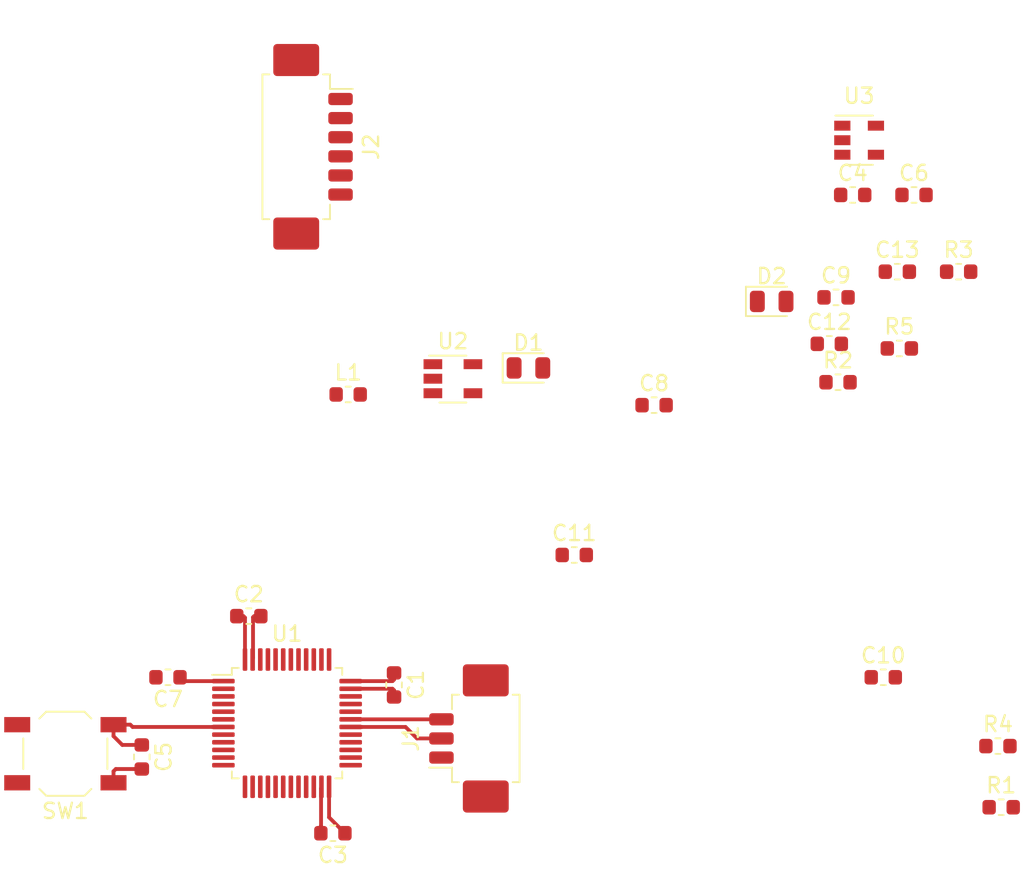
<source format=kicad_pcb>
(kicad_pcb (version 20240108) (generator "pcbnew") (generator_version "8.0")
  (layers (0 "F.Cu" signal) (31 "B.Cu" signal) (34 "B.Paste" user) (35 "F.Paste" user) (36 "B.SilkS" user "B.Silkscreen") (37 "F.SilkS" user "F.Silkscreen") (38 "B.Mask" user) (39 "F.Mask" user) (44 "Edge.Cuts" user))
  (net 0 "")
  (net 1 "GND")
  (net 2 "/3V3_D")
  (net 3 "/NRST")
  (net 4 "/3V3_A")
  (net 5 "/V_USB")
  (net 6 "/LED_1")
  (net 7 "Net-(D1-Pad1)")
  (net 8 "/LED_2")
  (net 9 "Net-(D2-Pad1)")
  (net 10 "/USART1_RX")
  (net 11 "/USART1_TX")
  (net 12 "Net-(J2-Pad6)")
  (net 13 "/SWDIO")
  (net 14 "/SWCLK")
  (net 15 "Net-(L1-Pad1)")
  (net 16 "Net-(R1-Pad1)")
  (net 17 "Net-(R5-Pad2)")
  (net 18 "/CAN_TX")
  (net 19 "/CAN_RX")
  (net 20 "Net-(U1-Pad43)")
  (net 21 "Net-(U1-Pad42)")
  (net 22 "Net-(U1-Pad41)")
  (net 23 "Net-(U1-Pad40)")
  (net 24 "Net-(U1-Pad39)")
  (net 25 "Net-(U1-Pad38)")
  (net 26 "Net-(U1-Pad33)")
  (net 27 "Net-(U1-Pad32)")
  (net 28 "Net-(U1-Pad29)")
  (net 29 "Net-(U1-Pad26)")
  (net 30 "Net-(U1-Pad25)")
  (net 31 "Net-(U1-Pad22)")
  (net 32 "Net-(U1-Pad21)")
  (net 33 "Net-(U1-Pad20)")
  (net 34 "Net-(U1-Pad19)")
  (net 35 "Net-(U1-Pad18)")
  (net 36 "Net-(U1-Pad17)")
  (net 37 "Net-(U1-Pad16)")
  (net 38 "Net-(U1-Pad15)")
  (net 39 "Net-(U1-Pad14)")
  (net 40 "Net-(U1-Pad13)")
  (net 41 "Net-(U1-Pad12)")
  (net 42 "Net-(U1-Pad11)")
  (net 43 "/ADC_IN0")
  (net 44 "Net-(U1-Pad6)")
  (net 45 "Net-(U1-Pad5)")
  (net 46 "Net-(U1-Pad4)")
  (net 47 "Net-(U1-Pad3)")
  (net 48 "Net-(U1-Pad2)")
  (net 49 "Net-(U3-Pad4)")
  (footprint "Capacitor_SMD:C_0603_1608Metric" (layer "F.Cu") (at 112 117.5 -90)
    (property "Reference" "C1" (at 0 -1.43 90) (layer "F.SilkS"))
    (property "Value" "100n")
    (fp_line (start -0.162779 0.51) (end 0.162779 0.51) (stroke (width 0.12)) (layer "F.SilkS"))
    (fp_line (start -0.162779 -0.51) (end 0.162779 -0.51) (stroke (width 0.12)) (layer "F.SilkS"))
    (pad "1" smd roundrect (at -0.7875 0 270) (size 0.875 0.95) (layers "F.Cu" "F.Paste" "F.Mask") (net 2 "/3V3_D"))
    (pad "2" smd roundrect (at 0.7875 0 270) (size 0.875 0.95) (layers "F.Cu" "F.Paste" "F.Mask") (net 1 "GND"))
  )
  (footprint "Capacitor_SMD:C_0603_1608Metric" (layer "F.Cu") (at 102.5 113)
    (property "Reference" "C2" (at 0 -1.43 0) (layer "F.SilkS"))
    (property "Value" "100n")
    (fp_line (start -0.162779 -0.51) (end 0.162779 -0.51) (stroke (width 0.12)) (layer "F.SilkS"))
    (fp_line (start -0.162779 0.51) (end 0.162779 0.51) (stroke (width 0.12)) (layer "F.SilkS"))
    (pad "1" smd roundrect (at -0.7875 0) (size 0.875 0.95) (layers "F.Cu" "F.Paste" "F.Mask") (net 2 "/3V3_D"))
    (pad "2" smd roundrect (at 0.7875 0) (size 0.875 0.95) (layers "F.Cu" "F.Paste" "F.Mask") (net 1 "GND"))
  )
  (footprint "Capacitor_SMD:C_0603_1608Metric" (layer "F.Cu") (at 108 127.2 180)
    (property "Reference" "C3" (at 0 -1.43 0) (layer "F.SilkS"))
    (property "Value" "100n")
    (fp_line (start -0.162779 0.51) (end 0.162779 0.51) (stroke (width 0.12)) (layer "F.SilkS"))
    (fp_line (start -0.162779 -0.51) (end 0.162779 -0.51) (stroke (width 0.12)) (layer "F.SilkS"))
    (pad "1" smd roundrect (at -0.7875 0 180) (size 0.875 0.95) (layers "F.Cu" "F.Paste" "F.Mask") (net 2 "/3V3_D"))
    (pad "2" smd roundrect (at 0.7875 0 180) (size 0.875 0.95) (layers "F.Cu" "F.Paste" "F.Mask") (net 1 "GND"))
  )
  (footprint "Capacitor_SMD:C_0603_1608Metric" (layer "F.Cu") (at 142 85.45)
    (property "Reference" "C4" (at 0 -1.43 0) (layer "F.SilkS"))
    (property "Value" "4.7u")
    (fp_line (start -0.162779 -0.51) (end 0.162779 -0.51) (stroke (width 0.12)) (layer "F.SilkS"))
    (fp_line (start -0.162779 0.51) (end 0.162779 0.51) (stroke (width 0.12)) (layer "F.SilkS"))
    (pad "1" smd roundrect (at -0.7875 0) (size 0.875 0.95) (layers "F.Cu" "F.Paste" "F.Mask") (net 2 "/3V3_D"))
    (pad "2" smd roundrect (at 0.7875 0) (size 0.875 0.95) (layers "F.Cu" "F.Paste" "F.Mask") (net 1 "GND"))
  )
  (footprint "Capacitor_SMD:C_0603_1608Metric" (layer "F.Cu") (at 95.5 122.2125 -90)
    (property "Reference" "C5" (at 0 -1.43 90) (layer "F.SilkS"))
    (property "Value" "100n")
    (fp_line (start -0.162779 0.51) (end 0.162779 0.51) (stroke (width 0.12)) (layer "F.SilkS"))
    (fp_line (start -0.162779 -0.51) (end 0.162779 -0.51) (stroke (width 0.12)) (layer "F.SilkS"))
    (pad "1" smd roundrect (at -0.7875 0 270) (size 0.875 0.95) (layers "F.Cu" "F.Paste" "F.Mask") (net 3 "/NRST"))
    (pad "2" smd roundrect (at 0.7875 0 270) (size 0.875 0.95) (layers "F.Cu" "F.Paste" "F.Mask") (net 1 "GND"))
  )
  (footprint "Capacitor_SMD:C_0603_1608Metric" (layer "F.Cu") (at 146.01 85.45)
    (property "Reference" "C6" (at 0 -1.43 0) (layer "F.SilkS"))
    (property "Value" "10n")
    (fp_line (start -0.162779 -0.51) (end 0.162779 -0.51) (stroke (width 0.12)) (layer "F.SilkS"))
    (fp_line (start -0.162779 0.51) (end 0.162779 0.51) (stroke (width 0.12)) (layer "F.SilkS"))
    (pad "1" smd roundrect (at -0.7875 0) (size 0.875 0.95) (layers "F.Cu" "F.Paste" "F.Mask") (net 4 "/3V3_A"))
    (pad "2" smd roundrect (at 0.7875 0) (size 0.875 0.95) (layers "F.Cu" "F.Paste" "F.Mask") (net 1 "GND"))
  )
  (footprint "Capacitor_SMD:C_0603_1608Metric" (layer "F.Cu") (at 129.01 99.2)
    (property "Reference" "C8" (at 0 -1.43 0) (layer "F.SilkS"))
    (property "Value" "1u")
    (fp_line (start -0.162779 -0.51) (end 0.162779 -0.51) (stroke (width 0.12)) (layer "F.SilkS"))
    (fp_line (start -0.162779 0.51) (end 0.162779 0.51) (stroke (width 0.12)) (layer "F.SilkS"))
    (pad "1" smd roundrect (at -0.7875 0) (size 0.875 0.95) (layers "F.Cu" "F.Paste" "F.Mask") (net 4 "/3V3_A"))
    (pad "2" smd roundrect (at 0.7875 0) (size 0.875 0.95) (layers "F.Cu" "F.Paste" "F.Mask") (net 1 "GND"))
  )
  (footprint "Capacitor_SMD:C_0603_1608Metric" (layer "F.Cu") (at 140.91 92.15)
    (property "Reference" "C9" (at 0 -1.43 0) (layer "F.SilkS"))
    (property "Value" "4.7u")
    (fp_line (start -0.162779 -0.51) (end 0.162779 -0.51) (stroke (width 0.12)) (layer "F.SilkS"))
    (fp_line (start -0.162779 0.51) (end 0.162779 0.51) (stroke (width 0.12)) (layer "F.SilkS"))
    (pad "1" smd roundrect (at -0.7875 0) (size 0.875 0.95) (layers "F.Cu" "F.Paste" "F.Mask") (net 2 "/3V3_D"))
    (pad "2" smd roundrect (at 0.7875 0) (size 0.875 0.95) (layers "F.Cu" "F.Paste" "F.Mask") (net 1 "GND"))
  )
  (footprint "Capacitor_SMD:C_0603_1608Metric" (layer "F.Cu") (at 144 117)
    (property "Reference" "C10" (at 0 -1.43 0) (layer "F.SilkS"))
    (property "Value" "1u")
    (fp_line (start -0.162779 -0.51) (end 0.162779 -0.51) (stroke (width 0.12)) (layer "F.SilkS"))
    (fp_line (start -0.162779 0.51) (end 0.162779 0.51) (stroke (width 0.12)) (layer "F.SilkS"))
    (pad "1" smd roundrect (at -0.7875 0) (size 0.875 0.95) (layers "F.Cu" "F.Paste" "F.Mask") (net 5 "/V_USB"))
    (pad "2" smd roundrect (at 0.7875 0) (size 0.875 0.95) (layers "F.Cu" "F.Paste" "F.Mask") (net 1 "GND"))
  )
  (footprint "Capacitor_SMD:C_0603_1608Metric" (layer "F.Cu") (at 123.7875 109)
    (property "Reference" "C11" (at 0 -1.43 0) (layer "F.SilkS"))
    (property "Value" "4.7u")
    (fp_line (start -0.162779 -0.51) (end 0.162779 -0.51) (stroke (width 0.12)) (layer "F.SilkS"))
    (fp_line (start -0.162779 0.51) (end 0.162779 0.51) (stroke (width 0.12)) (layer "F.SilkS"))
    (pad "1" smd roundrect (at -0.7875 0) (size 0.875 0.95) (layers "F.Cu" "F.Paste" "F.Mask") (net 5 "/V_USB"))
    (pad "2" smd roundrect (at 0.7875 0) (size 0.875 0.95) (layers "F.Cu" "F.Paste" "F.Mask") (net 1 "GND"))
  )
  (footprint "Capacitor_SMD:C_0603_1608Metric" (layer "F.Cu") (at 140.47 95.19)
    (property "Reference" "C12" (at 0 -1.43 0) (layer "F.SilkS"))
    (property "Value" "1u")
    (fp_line (start -0.162779 -0.51) (end 0.162779 -0.51) (stroke (width 0.12)) (layer "F.SilkS"))
    (fp_line (start -0.162779 0.51) (end 0.162779 0.51) (stroke (width 0.12)) (layer "F.SilkS"))
    (pad "1" smd roundrect (at -0.7875 0) (size 0.875 0.95) (layers "F.Cu" "F.Paste" "F.Mask") (net 4 "/3V3_A"))
    (pad "2" smd roundrect (at 0.7875 0) (size 0.875 0.95) (layers "F.Cu" "F.Paste" "F.Mask") (net 1 "GND"))
  )
  (footprint "Capacitor_SMD:C_0603_1608Metric" (layer "F.Cu") (at 144.92 90.47)
    (property "Reference" "C13" (at 0 -1.43 0) (layer "F.SilkS"))
    (property "Value" "10u")
    (fp_line (start -0.162779 -0.51) (end 0.162779 -0.51) (stroke (width 0.12)) (layer "F.SilkS"))
    (fp_line (start -0.162779 0.51) (end 0.162779 0.51) (stroke (width 0.12)) (layer "F.SilkS"))
    (pad "1" smd roundrect (at -0.7875 0) (size 0.875 0.95) (layers "F.Cu" "F.Paste" "F.Mask") (net 2 "/3V3_D"))
    (pad "2" smd roundrect (at 0.7875 0) (size 0.875 0.95) (layers "F.Cu" "F.Paste" "F.Mask") (net 1 "GND"))
  )
  (footprint "LED_SMD:LED_0805_2012Metric" (layer "F.Cu") (at 120.79 96.765)
    (property "Reference" "D1" (at 0 -1.65 0) (layer "F.SilkS"))
    (property "Value" "LED")
    (fp_line (start -1.685 -0.96) (end -1.685 0.96) (stroke (width 0.12)) (layer "F.SilkS"))
    (fp_line (start -1.685 0.96) (end 1 0.96) (stroke (width 0.12)) (layer "F.SilkS"))
    (fp_line (start 1 -0.96) (end -1.685 -0.96) (stroke (width 0.12)) (layer "F.SilkS"))
    (pad "1" smd roundrect (at -0.9375 0) (size 0.975 1.4) (layers "F.Cu" "F.Paste" "F.Mask") (net 7 "Net-(D1-Pad1)"))
    (pad "2" smd roundrect (at 0.9375 0) (size 0.975 1.4) (layers "F.Cu" "F.Paste" "F.Mask") (net 6 "/LED_1"))
  )
  (footprint "LED_SMD:LED_0805_2012Metric" (layer "F.Cu") (at 136.7 92.415)
    (property "Reference" "D2" (at 0 -1.65 0) (layer "F.SilkS"))
    (property "Value" "LED")
    (fp_line (start -1.685 -0.96) (end -1.685 0.96) (stroke (width 0.12)) (layer "F.SilkS"))
    (fp_line (start -1.685 0.96) (end 1 0.96) (stroke (width 0.12)) (layer "F.SilkS"))
    (fp_line (start 1 -0.96) (end -1.685 -0.96) (stroke (width 0.12)) (layer "F.SilkS"))
    (pad "1" smd roundrect (at -0.9375 0) (size 0.975 1.4) (layers "F.Cu" "F.Paste" "F.Mask") (net 9 "Net-(D2-Pad1)"))
    (pad "2" smd roundrect (at 0.9375 0) (size 0.975 1.4) (layers "F.Cu" "F.Paste" "F.Mask") (net 8 "/LED_2"))
  )
  (footprint "Connector_Molex:Molex_PicoBlade_53261-0371_1x03-1MP_P1.25mm_Horizontal" (layer "F.Cu") (at 117.5 121 90)
    (property "Reference" "J1" (at 0 -4.4 90) (layer "F.SilkS"))
    (property "Value" "Conn_01x03_MountingPin")
    (fp_line (start 2.86 -1.71) (end 1.91 -1.71) (stroke (width 0.12)) (layer "F.SilkS"))
    (fp_line (start -1.91 -1.71) (end -1.91 -3.2) (stroke (width 0.12)) (layer "F.SilkS"))
    (fp_line (start -2.86 -1.71) (end -1.91 -1.71) (stroke (width 0.12)) (layer "F.SilkS"))
    (fp_line (start 2.86 -1.26) (end 2.86 -1.71) (stroke (width 0.12)) (layer "F.SilkS"))
    (fp_line (start -2.86 -1.26) (end -2.86 -1.71) (stroke (width 0.12)) (layer "F.SilkS"))
    (fp_line (start -2.86 2.26) (end -2.86 2.71) (stroke (width 0.12)) (layer "F.SilkS"))
    (fp_line (start 2.86 2.71) (end 2.86 2.26) (stroke (width 0.12)) (layer "F.SilkS"))
    (fp_line (start -2.86 2.71) (end 2.86 2.71) (stroke (width 0.12)) (layer "F.SilkS"))
    (pad "1" smd roundrect (at -1.25 -2.4 90) (size 0.8 1.6) (layers "F.Cu" "F.Paste" "F.Mask") (net 1 "GND"))
    (pad "2" smd roundrect (at 0 -2.4 90) (size 0.8 1.6) (layers "F.Cu" "F.Paste" "F.Mask") (net 11 "/USART1_TX"))
    (pad "3" smd roundrect (at 1.25 -2.4 90) (size 0.8 1.6) (layers "F.Cu" "F.Paste" "F.Mask") (net 10 "/USART1_RX"))
    (pad "MP" smd roundrect (at -3.8 0.5 90) (size 2.1 3) (layers "F.Cu" "F.Paste" "F.Mask") (roundrect_rratio 0.119048) (net 1 "GND"))
    (pad "MP" smd roundrect (at 3.8 0.5 90) (size 2.1 3) (layers "F.Cu" "F.Paste" "F.Mask") (roundrect_rratio 0.119048) (net 1 "GND"))
  )
  (footprint "Connector_Molex:Molex_PicoBlade_53261-0671_1x06-1MP_P1.25mm_Horizontal" (layer "F.Cu") (at 106.1 82.3 -90)
    (property "Reference" "J2" (at 0 -4.4 90) (layer "F.SilkS"))
    (property "Value" "Conn_01x06_MountingPin")
    (fp_line (start -4.735 2.71) (end 4.735 2.71) (stroke (width 0.12)) (layer "F.SilkS"))
    (fp_line (start 4.735 2.71) (end 4.735 2.26) (stroke (width 0.12)) (layer "F.SilkS"))
    (fp_line (start -4.735 2.26) (end -4.735 2.71) (stroke (width 0.12)) (layer "F.SilkS"))
    (fp_line (start -4.735 -1.26) (end -4.735 -1.71) (stroke (width 0.12)) (layer "F.SilkS"))
    (fp_line (start 4.735 -1.26) (end 4.735 -1.71) (stroke (width 0.12)) (layer "F.SilkS"))
    (fp_line (start -4.735 -1.71) (end -3.785 -1.71) (stroke (width 0.12)) (layer "F.SilkS"))
    (fp_line (start -3.785 -1.71) (end -3.785 -3.2) (stroke (width 0.12)) (layer "F.SilkS"))
    (fp_line (start 4.735 -1.71) (end 3.785 -1.71) (stroke (width 0.12)) (layer "F.SilkS"))
    (pad "1" smd roundrect (at -3.125 -2.4 270) (size 0.8 1.6) (layers "F.Cu" "F.Paste" "F.Mask") (net 2 "/3V3_D"))
    (pad "2" smd roundrect (at -1.875 -2.4 270) (size 0.8 1.6) (layers "F.Cu" "F.Paste" "F.Mask") (net 14 "/SWCLK"))
    (pad "3" smd roundrect (at -0.625 -2.4 270) (size 0.8 1.6) (layers "F.Cu" "F.Paste" "F.Mask") (net 1 "GND"))
    (pad "4" smd roundrect (at 0.625 -2.4 270) (size 0.8 1.6) (layers "F.Cu" "F.Paste" "F.Mask") (net 13 "/SWDIO"))
    (pad "5" smd roundrect (at 1.875 -2.4 270) (size 0.8 1.6) (layers "F.Cu" "F.Paste" "F.Mask") (net 3 "/NRST"))
    (pad "6" smd roundrect (at 3.125 -2.4 270) (size 0.8 1.6) (layers "F.Cu" "F.Paste" "F.Mask") (net 12 "Net-(J2-Pad6)"))
    (pad "MP" smd roundrect (at -5.675 0.5 270) (size 2.1 3) (layers "F.Cu" "F.Paste" "F.Mask") (roundrect_rratio 0.119048) (net 1 "GND"))
    (pad "MP" smd roundrect (at 5.675 0.5 270) (size 2.1 3) (layers "F.Cu" "F.Paste" "F.Mask") (roundrect_rratio 0.119048) (net 1 "GND"))
  )
  (footprint "Inductor_SMD:L_0603_1608Metric" (layer "F.Cu") (at 109 98.5)
    (property "Reference" "L1" (at 0 -1.43 0) (layer "F.SilkS"))
    (property "Value" "10u")
    (fp_line (start -0.162779 -0.51) (end 0.162779 -0.51) (stroke (width 0.12)) (layer "F.SilkS"))
    (fp_line (start -0.162779 0.51) (end 0.162779 0.51) (stroke (width 0.12)) (layer "F.SilkS"))
    (pad "1" smd roundrect (at -0.7875 0) (size 0.875 0.95) (layers "F.Cu" "F.Paste" "F.Mask") (net 15 "Net-(L1-Pad1)"))
    (pad "2" smd roundrect (at 0.7875 0) (size 0.875 0.95) (layers "F.Cu" "F.Paste" "F.Mask") (net 2 "/3V3_D"))
  )
  (footprint "Resistor_SMD:R_0603_1608Metric" (layer "F.Cu") (at 151.7125 125.5)
    (property "Reference" "R1" (at 0 -1.43 0) (layer "F.SilkS"))
    (property "Value" "10k")
    (fp_line (start -0.162779 -0.51) (end 0.162779 -0.51) (stroke (width 0.12)) (layer "F.SilkS"))
    (fp_line (start -0.162779 0.51) (end 0.162779 0.51) (stroke (width 0.12)) (layer "F.SilkS"))
    (pad "1" smd roundrect (at -0.7875 0) (size 0.875 0.95) (layers "F.Cu" "F.Paste" "F.Mask") (net 16 "Net-(R1-Pad1)"))
    (pad "2" smd roundrect (at 0.7875 0) (size 0.875 0.95) (layers "F.Cu" "F.Paste" "F.Mask") (net 1 "GND"))
  )
  (footprint "Resistor_SMD:R_0603_1608Metric" (layer "F.Cu") (at 141.04 97.7)
    (property "Reference" "R2" (at 0 -1.43 0) (layer "F.SilkS"))
    (property "Value" "10k")
    (fp_line (start -0.162779 -0.51) (end 0.162779 -0.51) (stroke (width 0.12)) (layer "F.SilkS"))
    (fp_line (start -0.162779 0.51) (end 0.162779 0.51) (stroke (width 0.12)) (layer "F.SilkS"))
    (pad "1" smd roundrect (at -0.7875 0) (size 0.875 0.95) (layers "F.Cu" "F.Paste" "F.Mask") (net 1 "GND"))
    (pad "2" smd roundrect (at 0.7875 0) (size 0.875 0.95) (layers "F.Cu" "F.Paste" "F.Mask") (net 7 "Net-(D1-Pad1)"))
  )
  (footprint "Resistor_SMD:R_0603_1608Metric" (layer "F.Cu") (at 148.93 90.47)
    (property "Reference" "R3" (at 0 -1.43 0) (layer "F.SilkS"))
    (property "Value" "10k")
    (fp_line (start -0.162779 -0.51) (end 0.162779 -0.51) (stroke (width 0.12)) (layer "F.SilkS"))
    (fp_line (start -0.162779 0.51) (end 0.162779 0.51) (stroke (width 0.12)) (layer "F.SilkS"))
    (pad "1" smd roundrect (at -0.7875 0) (size 0.875 0.95) (layers "F.Cu" "F.Paste" "F.Mask") (net 1 "GND"))
    (pad "2" smd roundrect (at 0.7875 0) (size 0.875 0.95) (layers "F.Cu" "F.Paste" "F.Mask") (net 9 "Net-(D2-Pad1)"))
  )
  (footprint "Resistor_SMD:R_0603_1608Metric" (layer "F.Cu") (at 151.5 121.5)
    (property "Reference" "R4" (at 0 -1.43 0) (layer "F.SilkS"))
    (property "Value" "10k")
    (fp_line (start -0.162779 -0.51) (end 0.162779 -0.51) (stroke (width 0.12)) (layer "F.SilkS"))
    (fp_line (start -0.162779 0.51) (end 0.162779 0.51) (stroke (width 0.12)) (layer "F.SilkS"))
    (pad "1" smd roundrect (at -0.7875 0) (size 0.875 0.95) (layers "F.Cu" "F.Paste" "F.Mask") (net 16 "Net-(R1-Pad1)"))
    (pad "2" smd roundrect (at 0.7875 0) (size 0.875 0.95) (layers "F.Cu" "F.Paste" "F.Mask") (net 2 "/3V3_D"))
  )
  (footprint "Resistor_SMD:R_0603_1608Metric" (layer "F.Cu") (at 145.05 95.49)
    (property "Reference" "R5" (at 0 -1.43 0) (layer "F.SilkS"))
    (property "Value" "470k")
    (fp_line (start -0.162779 -0.51) (end 0.162779 -0.51) (stroke (width 0.12)) (layer "F.SilkS"))
    (fp_line (start -0.162779 0.51) (end 0.162779 0.51) (stroke (width 0.12)) (layer "F.SilkS"))
    (pad "1" smd roundrect (at -0.7875 0) (size 0.875 0.95) (layers "F.Cu" "F.Paste" "F.Mask") (net 5 "/V_USB"))
    (pad "2" smd roundrect (at 0.7875 0) (size 0.875 0.95) (layers "F.Cu" "F.Paste" "F.Mask") (net 17 "Net-(R5-Pad2)"))
  )
  (footprint "Button_Switch_SMD:SW_SPST_TL3342" (layer "F.Cu") (at 90.5 122 180)
    (property "Reference" "SW1" (at 0 -3.75 0) (layer "F.SilkS"))
    (property "Value" "SW_Push")
    (fp_line (start 2.75 -1) (end 2.75 1) (stroke (width 0.12)) (layer "F.SilkS"))
    (fp_line (start 1.7 2.3) (end 1.25 2.75) (stroke (width 0.12)) (layer "F.SilkS"))
    (fp_line (start 1.7 -2.3) (end 1.25 -2.75) (stroke (width 0.12)) (layer "F.SilkS"))
    (fp_line (start -1.25 2.75) (end 1.25 2.75) (stroke (width 0.12)) (layer "F.SilkS"))
    (fp_line (start -1.25 -2.75) (end 1.25 -2.75) (stroke (width 0.12)) (layer "F.SilkS"))
    (fp_line (start -1.7 2.3) (end -1.25 2.75) (stroke (width 0.12)) (layer "F.SilkS"))
    (fp_line (start -1.7 -2.3) (end -1.25 -2.75) (stroke (width 0.12)) (layer "F.SilkS"))
    (fp_line (start -2.75 -1) (end -2.75 1) (stroke (width 0.12)) (layer "F.SilkS"))
    (pad "1" smd rect (at -3.15 -1.9 180) (size 1.7 1) (layers "F.Cu" "F.Paste" "F.Mask") (net 1 "GND"))
    (pad "1" smd rect (at 3.15 -1.9 180) (size 1.7 1) (layers "F.Cu" "F.Paste" "F.Mask") (net 1 "GND"))
    (pad "2" smd rect (at -3.15 1.9 180) (size 1.7 1) (layers "F.Cu" "F.Paste" "F.Mask") (net 3 "/NRST"))
    (pad "2" smd rect (at 3.15 1.9 180) (size 1.7 1) (layers "F.Cu" "F.Paste" "F.Mask") (net 3 "/NRST"))
  )
  (footprint "Package_TO_SOT_SMD:TSOT-23-5" (layer "F.Cu") (at 115.85 97.47)
    (property "Reference" "U2" (at 0 -2.45 0) (layer "F.SilkS"))
    (property "Value" "LM3670MF")
    (fp_line (start -0.88 1.56) (end 0.88 1.56) (stroke (width 0.12)) (layer "F.SilkS"))
    (fp_line (start 0.88 -1.51) (end -1.55 -1.51) (stroke (width 0.12)) (layer "F.SilkS"))
    (pad "1" smd rect (at -1.31 -0.95) (size 1.22 0.65) (layers "F.Cu" "F.Paste" "F.Mask") (net 5 "/V_USB"))
    (pad "2" smd rect (at -1.31 0) (size 1.22 0.65) (layers "F.Cu" "F.Paste" "F.Mask") (net 1 "GND"))
    (pad "3" smd rect (at -1.31 0.95) (size 1.22 0.65) (layers "F.Cu" "F.Paste" "F.Mask") (net 5 "/V_USB"))
    (pad "4" smd rect (at 1.31 0.95) (size 1.22 0.65) (layers "F.Cu" "F.Paste" "F.Mask") (net 2 "/3V3_D"))
    (pad "5" smd rect (at 1.31 -0.95) (size 1.22 0.65) (layers "F.Cu" "F.Paste" "F.Mask") (net 15 "Net-(L1-Pad1)"))
  )
  (footprint "Package_TO_SOT_SMD:SOT-23-5" (layer "F.Cu") (at 142.42 81.87)
    (property "Reference" "U3" (at 0 -2.9 0) (layer "F.SilkS"))
    (property "Value" "LP5907MFX-3.3")
    (fp_line (start -0.9 1.61) (end 0.9 1.61) (stroke (width 0.12)) (layer "F.SilkS"))
    (fp_line (start 0.9 -1.61) (end -1.55 -1.61) (stroke (width 0.12)) (layer "F.SilkS"))
    (pad "1" smd rect (at -1.1 -0.95) (size 1.06 0.65) (layers "F.Cu" "F.Paste" "F.Mask") (net 5 "/V_USB"))
    (pad "2" smd rect (at -1.1 0) (size 1.06 0.65) (layers "F.Cu" "F.Paste" "F.Mask") (net 1 "GND"))
    (pad "3" smd rect (at -1.1 0.95) (size 1.06 0.65) (layers "F.Cu" "F.Paste" "F.Mask") (net 17 "Net-(R5-Pad2)"))
    (pad "4" smd rect (at 1.1 0.95) (size 1.06 0.65) (layers "F.Cu" "F.Paste" "F.Mask") (net 49 "Net-(U3-Pad4)"))
    (pad "5" smd rect (at 1.1 -0.95) (size 1.06 0.65) (layers "F.Cu" "F.Paste" "F.Mask") (net 4 "/3V3_A"))
  )
  (footprint "Package_QFP:LQFP-48_7x7mm_P0.5mm" (layer "F.Cu") (at 105 120)
    (property "Reference" "U1" (at 0 -5.85 0) (layer "F.SilkS"))
    (property "Value" "STM32F072C8Tx")
    (fp_line (start -3.61 -3.61) (end -3.61 -3.16) (stroke (width 0.12)) (layer "F.SilkS"))
    (fp_line (start -3.61 -3.16) (end -4.9 -3.16) (stroke (width 0.12)) (layer "F.SilkS"))
    (fp_line (start -3.61 3.61) (end -3.61 3.16) (stroke (width 0.12)) (layer "F.SilkS"))
    (fp_line (start -3.16 -3.61) (end -3.61 -3.61) (stroke (width 0.12)) (layer "F.SilkS"))
    (fp_line (start -3.16 3.61) (end -3.61 3.61) (stroke (width 0.12)) (layer "F.SilkS"))
    (fp_line (start 3.16 -3.61) (end 3.61 -3.61) (stroke (width 0.12)) (layer "F.SilkS"))
    (fp_line (start 3.16 3.61) (end 3.61 3.61) (stroke (width 0.12)) (layer "F.SilkS"))
    (fp_line (start 3.61 -3.61) (end 3.61 -3.16) (stroke (width 0.12)) (layer "F.SilkS"))
    (fp_line (start 3.61 3.61) (end 3.61 3.16) (stroke (width 0.12)) (layer "F.SilkS"))
    (pad "1" smd roundrect (at -4.1625 -2.75) (size 1.475 0.3) (layers "F.Cu" "F.Paste" "F.Mask") (net 2 "/3V3_D"))
    (pad "2" smd roundrect (at -4.1625 -2.25) (size 1.475 0.3) (layers "F.Cu" "F.Paste" "F.Mask") (net 48 "Net-(U1-Pad2)"))
    (pad "3" smd roundrect (at -4.1625 -1.75) (size 1.475 0.3) (layers "F.Cu" "F.Paste" "F.Mask") (net 47 "Net-(U1-Pad3)"))
    (pad "4" smd roundrect (at -4.1625 -1.25) (size 1.475 0.3) (layers "F.Cu" "F.Paste" "F.Mask") (net 46 "Net-(U1-Pad4)"))
    (pad "5" smd roundrect (at -4.1625 -0.75) (size 1.475 0.3) (layers "F.Cu" "F.Paste" "F.Mask") (net 45 "Net-(U1-Pad5)"))
    (pad "6" smd roundrect (at -4.1625 -0.25) (size 1.475 0.3) (layers "F.Cu" "F.Paste" "F.Mask") (net 44 "Net-(U1-Pad6)"))
    (pad "7" smd roundrect (at -4.1625 0.25) (size 1.475 0.3) (layers "F.Cu" "F.Paste" "F.Mask") (net 3 "/NRST"))
    (pad "8" smd roundrect (at -4.1625 0.75) (size 1.475 0.3) (layers "F.Cu" "F.Paste" "F.Mask") (net 1 "GND"))
    (pad "9" smd roundrect (at -4.1625 1.25) (size 1.475 0.3) (layers "F.Cu" "F.Paste" "F.Mask") (net 4 "/3V3_A"))
    (pad "10" smd roundrect (at -4.1625 1.75) (size 1.475 0.3) (layers "F.Cu" "F.Paste" "F.Mask") (net 43 "/ADC_IN0"))
    (pad "11" smd roundrect (at -4.1625 2.25) (size 1.475 0.3) (layers "F.Cu" "F.Paste" "F.Mask") (net 42 "Net-(U1-Pad11)"))
    (pad "12" smd roundrect (at -4.1625 2.75) (size 1.475 0.3) (layers "F.Cu" "F.Paste" "F.Mask") (net 41 "Net-(U1-Pad12)"))
    (pad "13" smd roundrect (at -2.75 4.1625) (size 0.3 1.475) (layers "F.Cu" "F.Paste" "F.Mask") (net 40 "Net-(U1-Pad13)"))
    (pad "14" smd roundrect (at -2.25 4.1625) (size 0.3 1.475) (layers "F.Cu" "F.Paste" "F.Mask") (net 39 "Net-(U1-Pad14)"))
    (pad "15" smd roundrect (at -1.75 4.1625) (size 0.3 1.475) (layers "F.Cu" "F.Paste" "F.Mask") (net 38 "Net-(U1-Pad15)"))
    (pad "16" smd roundrect (at -1.25 4.1625) (size 0.3 1.475) (layers "F.Cu" "F.Paste" "F.Mask") (net 37 "Net-(U1-Pad16)"))
    (pad "17" smd roundrect (at -0.75 4.1625) (size 0.3 1.475) (layers "F.Cu" "F.Paste" "F.Mask") (net 36 "Net-(U1-Pad17)"))
    (pad "18" smd roundrect (at -0.25 4.1625) (size 0.3 1.475) (layers "F.Cu" "F.Paste" "F.Mask") (net 35 "Net-(U1-Pad18)"))
    (pad "19" smd roundrect (at 0.25 4.1625) (size 0.3 1.475) (layers "F.Cu" "F.Paste" "F.Mask") (net 34 "Net-(U1-Pad19)"))
    (pad "20" smd roundrect (at 0.75 4.1625) (size 0.3 1.475) (layers "F.Cu" "F.Paste" "F.Mask") (net 33 "Net-(U1-Pad20)"))
    (pad "21" smd roundrect (at 1.25 4.1625) (size 0.3 1.475) (layers "F.Cu" "F.Paste" "F.Mask") (net 32 "Net-(U1-Pad21)"))
    (pad "22" smd roundrect (at 1.75 4.1625) (size 0.3 1.475) (layers "F.Cu" "F.Paste" "F.Mask") (net 31 "Net-(U1-Pad22)"))
    (pad "23" smd roundrect (at 2.25 4.1625) (size 0.3 1.475) (layers "F.Cu" "F.Paste" "F.Mask") (net 1 "GND"))
    (pad "24" smd roundrect (at 2.75 4.1625) (size 0.3 1.475) (layers "F.Cu" "F.Paste" "F.Mask") (net 2 "/3V3_D"))
    (pad "25" smd roundrect (at 4.1625 2.75) (size 1.475 0.3) (layers "F.Cu" "F.Paste" "F.Mask") (net 30 "Net-(U1-Pad25)"))
    (pad "26" smd roundrect (at 4.1625 2.25) (size 1.475 0.3) (layers "F.Cu" "F.Paste" "F.Mask") (net 29 "Net-(U1-Pad26)"))
    (pad "27" smd roundrect (at 4.1625 1.75) (size 1.475 0.3) (layers "F.Cu" "F.Paste" "F.Mask") (net 6 "/LED_1"))
    (pad "28" smd roundrect (at 4.1625 1.25) (size 1.475 0.3) (layers "F.Cu" "F.Paste" "F.Mask") (net 8 "/LED_2"))
    (pad "29" smd roundrect (at 4.1625 0.75) (size 1.475 0.3) (layers "F.Cu" "F.Paste" "F.Mask") (net 28 "Net-(U1-Pad29)"))
    (pad "30" smd roundrect (at 4.1625 0.25) (size 1.475 0.3) (layers "F.Cu" "F.Paste" "F.Mask") (net 11 "/USART1_TX"))
    (pad "31" smd roundrect (at 4.1625 -0.25) (size 1.475 0.3) (layers "F.Cu" "F.Paste" "F.Mask") (net 10 "/USART1_RX"))
    (pad "32" smd roundrect (at 4.1625 -0.75) (size 1.475 0.3) (layers "F.Cu" "F.Paste" "F.Mask") (net 27 "Net-(U1-Pad32)"))
    (pad "33" smd roundrect (at 4.1625 -1.25) (size 1.475 0.3) (layers "F.Cu" "F.Paste" "F.Mask") (net 26 "Net-(U1-Pad33)"))
    (pad "34" smd roundrect (at 4.1625 -1.75) (size 1.475 0.3) (layers "F.Cu" "F.Paste" "F.Mask") (net 13 "/SWDIO"))
    (pad "35" smd roundrect (at 4.1625 -2.25) (size 1.475 0.3) (layers "F.Cu" "F.Paste" "F.Mask") (net 1 "GND"))
    (pad "36" smd roundrect (at 4.1625 -2.75) (size 1.475 0.3) (layers "F.Cu" "F.Paste" "F.Mask") (net 2 "/3V3_D"))
    (pad "37" smd roundrect (at 2.75 -4.1625) (size 0.3 1.475) (layers "F.Cu" "F.Paste" "F.Mask") (net 14 "/SWCLK"))
    (pad "38" smd roundrect (at 2.25 -4.1625) (size 0.3 1.475) (layers "F.Cu" "F.Paste" "F.Mask") (net 25 "Net-(U1-Pad38)"))
    (pad "39" smd roundrect (at 1.75 -4.1625) (size 0.3 1.475) (layers "F.Cu" "F.Paste" "F.Mask") (net 24 "Net-(U1-Pad39)"))
    (pad "40" smd roundrect (at 1.25 -4.1625) (size 0.3 1.475) (layers "F.Cu" "F.Paste" "F.Mask") (net 23 "Net-(U1-Pad40)"))
    (pad "41" smd roundrect (at 0.75 -4.1625) (size 0.3 1.475) (layers "F.Cu" "F.Paste" "F.Mask") (net 22 "Net-(U1-Pad41)"))
    (pad "42" smd roundrect (at 0.25 -4.1625) (size 0.3 1.475) (layers "F.Cu" "F.Paste" "F.Mask") (net 21 "Net-(U1-Pad42)"))
    (pad "43" smd roundrect (at -0.25 -4.1625) (size 0.3 1.475) (layers "F.Cu" "F.Paste" "F.Mask") (net 20 "Net-(U1-Pad43)"))
    (pad "44" smd roundrect (at -0.75 -4.1625) (size 0.3 1.475) (layers "F.Cu" "F.Paste" "F.Mask") (net 16 "Net-(R1-Pad1)"))
    (pad "45" smd roundrect (at -1.25 -4.1625) (size 0.3 1.475) (layers "F.Cu" "F.Paste" "F.Mask") (net 19 "/CAN_RX"))
    (pad "46" smd roundrect (at -1.75 -4.1625) (size 0.3 1.475) (layers "F.Cu" "F.Paste" "F.Mask") (net 18 "/CAN_TX"))
    (pad "47" smd roundrect (at -2.25 -4.1625) (size 0.3 1.475) (layers "F.Cu" "F.Paste" "F.Mask") (net 1 "GND"))
    (pad "48" smd roundrect (at -2.75 -4.1625) (size 0.3 1.475) (layers "F.Cu" "F.Paste" "F.Mask") (net 2 "/3V3_D"))
  )
  (footprint "Capacitor_SMD:C_0603_1608Metric" (layer "F.Cu") (at 97.2125 117 180)
    (property "Reference" "C7" (at 0 -1.43 0) (layer "F.SilkS"))
    (property "Value" "100n")
    (fp_line (start -0.162779 0.51) (end 0.162779 0.51) (stroke (width 0.12)) (layer "F.SilkS"))
    (fp_line (start -0.162779 -0.51) (end 0.162779 -0.51) (stroke (width 0.12)) (layer "F.SilkS"))
    (pad "1" smd roundrect (at -0.7875 0 180) (size 0.875 0.95) (layers "F.Cu" "F.Paste" "F.Mask") (net 2 "/3V3_D"))
    (pad "2" smd roundrect (at 0.7875 0 180) (size 0.875 0.95) (layers "F.Cu" "F.Paste" "F.Mask") (net 1 "GND"))
  )
  (segment (start 107.25 124.1625) (end 107.25 124.25) (width 0.25) (layer "F.Cu") (net 1))
  (segment (start 107.2125 126.725) (end 107.2125 127.2) (width 0.25) (layer "F.Cu") (net 1))
  (segment (start 95.025 123) (end 95.5 123) (width 0.25) (layer "F.Cu") (net 1))
  (segment (start 102.77499 115.72501) (end 102.77499 113.07501) (width 0.25) (layer "F.Cu") (net 1))
  (segment (start 109.1625 117.75) (end 111.9 117.75) (width 0.25) (layer "F.Cu") (net 1))
  (segment (start 107.25 124.25) (end 107.22501 124.27499) (width 0.25) (layer "F.Cu") (net 1))
  (segment (start 107.22501 126.71249) (end 107.2125 126.725) (width 0.25) (layer "F.Cu") (net 1))
  (segment (start 112 117.85) (end 112 118.2875) (width 0.25) (layer "F.Cu") (net 1))
  (segment (start 111.9 117.75) (end 112 117.85) (width 0.25) (layer "F.Cu") (net 1))
  (segment (start 93.65 123.9) (end 93.65 123.15) (width 0.25) (layer "F.Cu") (net 1))
  (segment (start 102.85 113) (end 103.2875 113) (width 0.25) (layer "F.Cu") (net 1))
  (segment (start 107.22501 124.27499) (end 107.22501 126.71249) (width 0.25) (layer "F.Cu") (net 1))
  (segment (start 93.8 123) (end 95.025 123) (width 0.25) (layer "F.Cu") (net 1))
  (segment (start 102.75 115.8375) (end 102.75 115.75) (width 0.25) (layer "F.Cu") (net 1))
  (segment (start 93.65 123.15) (end 93.8 123) (width 0.25) (layer "F.Cu") (net 1))
  (segment (start 102.77499 113.07501) (end 102.85 113) (width 0.25) (layer "F.Cu") (net 1))
  (segment (start 102.75 115.75) (end 102.77499 115.72501) (width 0.25) (layer "F.Cu") (net 1))
  (segment (start 102.25 113.1) (end 102.15 113) (width 0.25) (layer "F.Cu") (net 2))
  (segment (start 107.75 126.1625) (end 108.7875 127.2) (width 0.25) (layer "F.Cu") (net 2))
  (segment (start 111.9 117.25) (end 112 117.15) (width 0.25) (layer "F.Cu") (net 2))
  (segment (start 102.25 115.8375) (end 102.25 113.1) (width 0.25) (layer "F.Cu") (net 2))
  (segment (start 112 117.15) (end 112 116.7125) (width 0.25) (layer "F.Cu") (net 2))
  (segment (start 100.8375 117.25) (end 98.25 117.25) (width 0.25) (layer "F.Cu") (net 2))
  (segment (start 109.1625 117.25) (end 111.9 117.25) (width 0.25) (layer "F.Cu") (net 2))
  (segment (start 102.15 113) (end 101.7125 113) (width 0.25) (layer "F.Cu") (net 2))
  (segment (start 107.75 124.1625) (end 107.75 126.1625) (width 0.25) (layer "F.Cu") (net 2))
  (segment (start 98.25 117.25) (end 98 117) (width 0.25) (layer "F.Cu") (net 2))
  (segment (start 94.225 121.425) (end 93.65 120.85) (width 0.25) (layer "F.Cu") (net 3))
  (segment (start 94.9 120.25) (end 100.1 120.25) (width 0.25) (layer "F.Cu") (net 3))
  (segment (start 95.5 121.425) (end 94.225 121.425) (width 0.25) (layer "F.Cu") (net 3))
  (segment (start 94.75 120.1) (end 94.9 120.25) (width 0.25) (layer "F.Cu") (net 3))
  (segment (start 100.1 120.25) (end 100.8375 120.25) (width 0.25) (layer "F.Cu") (net 3))
  (segment (start 93.65 120.1) (end 94.75 120.1) (width 0.25) (layer "F.Cu") (net 3))
  (segment (start 93.65 120.85) (end 93.65 120.1) (width 0.25) (layer "F.Cu") (net 3))
  (segment (start 115.1 119.75) (end 109.1625 119.75) (width 0.25) (layer "F.Cu") (net 10))
  (segment (start 112.75 120.25) (end 109.9 120.25) (width 0.25) (layer "F.Cu") (net 11))
  (segment (start 109.9 120.25) (end 109.1625 120.25) (width 0.25) (layer "F.Cu") (net 11))
  (segment (start 113.5 121) (end 112.75 120.25) (width 0.25) (layer "F.Cu") (net 11))
  (segment (start 115.1 121) (end 113.5 121) (width 0.25) (layer "F.Cu") (net 11))
)
</source>
